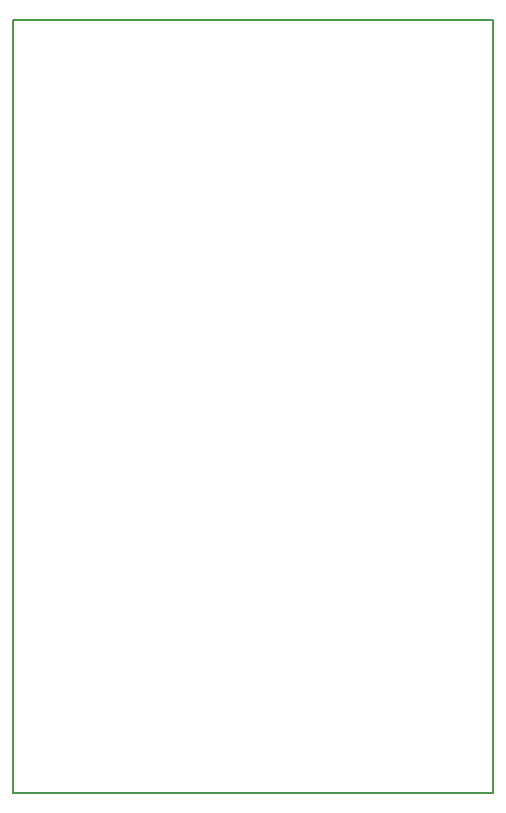
<source format=gbr>
G04 #@! TF.FileFunction,Profile,NP*
%FSLAX46Y46*%
G04 Gerber Fmt 4.6, Leading zero omitted, Abs format (unit mm)*
G04 Created by KiCad (PCBNEW 4.0.2-stable) date 8/9/2016 1:23:03 AM*
%MOMM*%
G01*
G04 APERTURE LIST*
%ADD10C,0.100000*%
%ADD11C,0.150000*%
G04 APERTURE END LIST*
D10*
D11*
X116840000Y-158750000D02*
X116840000Y-93345000D01*
X157480000Y-158750000D02*
X116840000Y-158750000D01*
X157480000Y-93345000D02*
X157480000Y-158750000D01*
X153670000Y-93345000D02*
X157480000Y-93345000D01*
X116840000Y-93345000D02*
X153670000Y-93345000D01*
M02*

</source>
